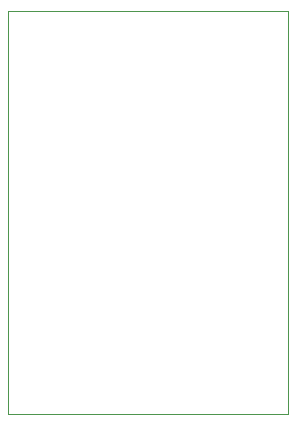
<source format=gbr>
G04 #@! TF.GenerationSoftware,KiCad,Pcbnew,(5.1.5)-3*
G04 #@! TF.CreationDate,2020-08-08T14:50:29-04:00*
G04 #@! TF.ProjectId,SmartWatch V5,536d6172-7457-4617-9463-682056352e6b,rev?*
G04 #@! TF.SameCoordinates,Original*
G04 #@! TF.FileFunction,Profile,NP*
%FSLAX46Y46*%
G04 Gerber Fmt 4.6, Leading zero omitted, Abs format (unit mm)*
G04 Created by KiCad (PCBNEW (5.1.5)-3) date 2020-08-08 14:50:29*
%MOMM*%
%LPD*%
G04 APERTURE LIST*
%ADD10C,0.120000*%
G04 APERTURE END LIST*
D10*
X80899000Y-99822000D02*
X104648000Y-99822000D01*
X104648000Y-99695000D02*
X104648000Y-99822000D01*
X104648000Y-65659000D02*
X104648000Y-99695000D01*
X80899000Y-65659000D02*
X104648000Y-65659000D01*
X80899000Y-65659000D02*
X80899000Y-99822000D01*
M02*

</source>
